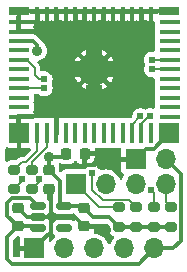
<source format=gbr>
%TF.GenerationSoftware,KiCad,Pcbnew,8.0.5*%
%TF.CreationDate,2025-07-05T11:02:35+01:00*%
%TF.ProjectId,sdrr wifi rev a,73647272-2077-4696-9669-207265762061,rev?*%
%TF.SameCoordinates,Original*%
%TF.FileFunction,Copper,L1,Top*%
%TF.FilePolarity,Positive*%
%FSLAX46Y46*%
G04 Gerber Fmt 4.6, Leading zero omitted, Abs format (unit mm)*
G04 Created by KiCad (PCBNEW 8.0.5) date 2025-07-05 11:02:35*
%MOMM*%
%LPD*%
G01*
G04 APERTURE LIST*
G04 Aperture macros list*
%AMRoundRect*
0 Rectangle with rounded corners*
0 $1 Rounding radius*
0 $2 $3 $4 $5 $6 $7 $8 $9 X,Y pos of 4 corners*
0 Add a 4 corners polygon primitive as box body*
4,1,4,$2,$3,$4,$5,$6,$7,$8,$9,$2,$3,0*
0 Add four circle primitives for the rounded corners*
1,1,$1+$1,$2,$3*
1,1,$1+$1,$4,$5*
1,1,$1+$1,$6,$7*
1,1,$1+$1,$8,$9*
0 Add four rect primitives between the rounded corners*
20,1,$1+$1,$2,$3,$4,$5,0*
20,1,$1+$1,$4,$5,$6,$7,0*
20,1,$1+$1,$6,$7,$8,$9,0*
20,1,$1+$1,$8,$9,$2,$3,0*%
%AMFreePoly0*
4,1,6,0.725000,-0.725000,-0.725000,-0.725000,-0.725000,0.125000,-0.125000,0.725000,0.725000,0.725000,0.725000,-0.725000,0.725000,-0.725000,$1*%
G04 Aperture macros list end*
%TA.AperFunction,SMDPad,CuDef*%
%ADD10RoundRect,0.200000X0.275000X-0.200000X0.275000X0.200000X-0.275000X0.200000X-0.275000X-0.200000X0*%
%TD*%
%TA.AperFunction,ComponentPad*%
%ADD11R,1.700000X1.700000*%
%TD*%
%TA.AperFunction,ComponentPad*%
%ADD12O,1.700000X1.700000*%
%TD*%
%TA.AperFunction,SMDPad,CuDef*%
%ADD13RoundRect,0.150000X-0.512500X-0.150000X0.512500X-0.150000X0.512500X0.150000X-0.512500X0.150000X0*%
%TD*%
%TA.AperFunction,SMDPad,CuDef*%
%ADD14RoundRect,0.200000X-0.275000X0.200000X-0.275000X-0.200000X0.275000X-0.200000X0.275000X0.200000X0*%
%TD*%
%TA.AperFunction,SMDPad,CuDef*%
%ADD15RoundRect,0.225000X0.250000X-0.225000X0.250000X0.225000X-0.250000X0.225000X-0.250000X-0.225000X0*%
%TD*%
%TA.AperFunction,SMDPad,CuDef*%
%ADD16R,1.800000X0.400000*%
%TD*%
%TA.AperFunction,SMDPad,CuDef*%
%ADD17R,0.400000X1.800000*%
%TD*%
%TA.AperFunction,SMDPad,CuDef*%
%ADD18R,0.400000X0.800000*%
%TD*%
%TA.AperFunction,SMDPad,CuDef*%
%ADD19FreePoly0,0.000000*%
%TD*%
%TA.AperFunction,SMDPad,CuDef*%
%ADD20R,1.450000X1.450000*%
%TD*%
%TA.AperFunction,ComponentPad*%
%ADD21C,2.800000*%
%TD*%
%TA.AperFunction,SMDPad,CuDef*%
%ADD22R,1.700000X0.700000*%
%TD*%
%TA.AperFunction,SMDPad,CuDef*%
%ADD23R,1.700000X1.700000*%
%TD*%
%TA.AperFunction,SMDPad,CuDef*%
%ADD24RoundRect,0.225000X-0.225000X-0.250000X0.225000X-0.250000X0.225000X0.250000X-0.225000X0.250000X0*%
%TD*%
%TA.AperFunction,SMDPad,CuDef*%
%ADD25RoundRect,0.225000X-0.250000X0.225000X-0.250000X-0.225000X0.250000X-0.225000X0.250000X0.225000X0*%
%TD*%
%TA.AperFunction,ViaPad*%
%ADD26C,0.914400*%
%TD*%
%TA.AperFunction,ViaPad*%
%ADD27C,0.609600*%
%TD*%
%TA.AperFunction,Conductor*%
%ADD28C,0.304800*%
%TD*%
%TA.AperFunction,Conductor*%
%ADD29C,0.152400*%
%TD*%
G04 APERTURE END LIST*
D10*
%TO.P,R4,1*%
%TO.N,+3V3*%
X60350400Y-69557400D03*
%TO.P,R4,2*%
%TO.N,Net-(U1-IO2_PU)*%
X60350400Y-67907400D03*
%TD*%
D11*
%TO.P,J3,1,Pin_1*%
%TO.N,GND*%
X60299600Y-63830200D03*
D12*
%TO.P,J3,2,Pin_2*%
%TO.N,+5V*%
X62839600Y-63830200D03*
%TD*%
D13*
%TO.P,U2,1,VIN*%
%TO.N,+5V*%
X51973900Y-67767200D03*
%TO.P,U2,2,GND*%
%TO.N,GND*%
X51973900Y-68717200D03*
%TO.P,U2,3,EN*%
%TO.N,+5V*%
X51973900Y-69667200D03*
%TO.P,U2,4,NC*%
%TO.N,unconnected-(U2-NC-Pad4)*%
X54248900Y-69667200D03*
%TO.P,U2,5,VOUT*%
%TO.N,+3V3*%
X54248900Y-67767200D03*
%TD*%
D14*
%TO.P,R6,1*%
%TO.N,Net-(U1-IO1)*%
X51485800Y-64707000D03*
%TO.P,R6,2*%
%TO.N,SWD_CLK*%
X51485800Y-66357000D03*
%TD*%
D10*
%TO.P,R3,1*%
%TO.N,+3V3*%
X61818100Y-69557400D03*
%TO.P,R3,2*%
%TO.N,Net-(U1-IO8_JTD_BOOT)*%
X61818100Y-67907400D03*
%TD*%
D11*
%TO.P,J2,1,Pin_1*%
%TO.N,EN*%
X55219600Y-65913000D03*
D12*
%TO.P,J2,2,Pin_2*%
%TO.N,TXD*%
X57759600Y-65913000D03*
%TO.P,J2,3,Pin_3*%
%TO.N,RXD0*%
X60299600Y-65913000D03*
%TO.P,J2,4,Pin_4*%
%TO.N,BOOT*%
X62839600Y-65913000D03*
%TD*%
D14*
%TO.P,R5,1*%
%TO.N,Net-(U1-IO0)*%
X50012600Y-64707000D03*
%TO.P,R5,2*%
%TO.N,SWD_DIO*%
X50012600Y-66357000D03*
%TD*%
D15*
%TO.P,C1,1*%
%TO.N,+5V*%
X50311900Y-69507400D03*
%TO.P,C1,2*%
%TO.N,GND*%
X50311900Y-67957400D03*
%TD*%
D16*
%TO.P,U1,1,GND*%
%TO.N,GND*%
X50369000Y-52210200D03*
%TO.P,U1,2,GND*%
X50369000Y-53010200D03*
%TO.P,U1,3,3V3*%
%TO.N,+3V3*%
X50369000Y-53810200D03*
%TO.P,U1,4,NC*%
%TO.N,unconnected-(U1-NC-Pad4)*%
X50369000Y-54610200D03*
%TO.P,U1,5,IO2_PU*%
%TO.N,Net-(U1-IO2_PU)*%
X50369000Y-55410200D03*
%TO.P,U1,6,IO3*%
%TO.N,unconnected-(U1-IO3-Pad6)*%
X50369000Y-56210200D03*
%TO.P,U1,7,NC*%
%TO.N,unconnected-(U1-NC-Pad7)*%
X50369000Y-57010200D03*
%TO.P,U1,8,EN*%
%TO.N,EN*%
X50369000Y-57810200D03*
%TO.P,U1,9,NC*%
%TO.N,unconnected-(U1-NC-Pad9)*%
X50369000Y-58610200D03*
%TO.P,U1,10,NC*%
%TO.N,unconnected-(U1-NC-Pad10)*%
X50369000Y-59410200D03*
%TO.P,U1,11,GND*%
%TO.N,GND*%
X50369000Y-60210200D03*
D17*
%TO.P,U1,12,IO0*%
%TO.N,Net-(U1-IO0)*%
X51969000Y-61610200D03*
%TO.P,U1,13,IO1*%
%TO.N,Net-(U1-IO1)*%
X52769000Y-61610200D03*
%TO.P,U1,14,GND*%
%TO.N,GND*%
X53569000Y-61610200D03*
%TO.P,U1,15,NC*%
%TO.N,unconnected-(U1-NC-Pad15)*%
X54369000Y-61610200D03*
%TO.P,U1,16,IO10*%
%TO.N,unconnected-(U1-IO10-Pad16)*%
X55169000Y-61610200D03*
%TO.P,U1,17,NC*%
%TO.N,unconnected-(U1-NC-Pad17)*%
X55969000Y-61610200D03*
%TO.P,U1,18,IO4_MTMS*%
%TO.N,unconnected-(U1-IO4_MTMS-Pad18)*%
X56769000Y-61610200D03*
%TO.P,U1,19,IO5_MTDI*%
%TO.N,unconnected-(U1-IO5_MTDI-Pad19)*%
X57569000Y-61610200D03*
%TO.P,U1,20,IO6_MTCK*%
%TO.N,unconnected-(U1-IO6_MTCK-Pad20)*%
X58369000Y-61610200D03*
%TO.P,U1,21,IO7_MTD0*%
%TO.N,unconnected-(U1-IO7_MTD0-Pad21)*%
X59169000Y-61610200D03*
%TO.P,U1,22,IO8_JTD_BOOT*%
%TO.N,Net-(U1-IO8_JTD_BOOT)*%
X59969000Y-61610200D03*
%TO.P,U1,23,IO9_BOOT*%
%TO.N,BOOT*%
X60769000Y-61610200D03*
%TO.P,U1,24,NC*%
%TO.N,unconnected-(U1-NC-Pad24)*%
X61569000Y-61610200D03*
D16*
%TO.P,U1,25,NC*%
%TO.N,unconnected-(U1-NC-Pad25)*%
X63169000Y-60210200D03*
%TO.P,U1,26,IO18_D-*%
%TO.N,unconnected-(U1-IO18_D--Pad26)*%
X63169000Y-59410200D03*
%TO.P,U1,27,IO19_D+*%
%TO.N,unconnected-(U1-IO19_D+-Pad27)*%
X63169000Y-58610200D03*
%TO.P,U1,28,NC*%
%TO.N,unconnected-(U1-NC-Pad28)*%
X63169000Y-57810200D03*
%TO.P,U1,29,NC*%
%TO.N,unconnected-(U1-NC-Pad29)*%
X63169000Y-57010200D03*
%TO.P,U1,30,IO20_RXD0*%
%TO.N,RXD0*%
X63169000Y-56210200D03*
%TO.P,U1,31,IO21_TXD0*%
%TO.N,TXD*%
X63169000Y-55410200D03*
%TO.P,U1,32,NC*%
%TO.N,unconnected-(U1-NC-Pad32)*%
X63169000Y-54610200D03*
%TO.P,U1,33,NC*%
%TO.N,unconnected-(U1-NC-Pad33)*%
X63169000Y-53810200D03*
%TO.P,U1,34,NC*%
%TO.N,unconnected-(U1-NC-Pad34)*%
X63169000Y-53010200D03*
%TO.P,U1,35,NC*%
%TO.N,unconnected-(U1-NC-Pad35)*%
X63169000Y-52210200D03*
D18*
%TO.P,U1,36,GND*%
%TO.N,GND*%
X61569000Y-51310200D03*
%TO.P,U1,37,GND*%
X60769000Y-51310200D03*
%TO.P,U1,38,GND*%
X59969000Y-51310200D03*
%TO.P,U1,39,GND*%
X59169000Y-51310200D03*
%TO.P,U1,40,GND*%
X58369000Y-51310200D03*
%TO.P,U1,41,GND*%
X57569000Y-51310200D03*
%TO.P,U1,42,GND*%
X56769000Y-51310200D03*
%TO.P,U1,43,GND*%
X55969000Y-51310200D03*
%TO.P,U1,44,GND*%
X55169000Y-51310200D03*
%TO.P,U1,45,GND*%
X54369000Y-51310200D03*
%TO.P,U1,46,GND*%
X53569000Y-51310200D03*
%TO.P,U1,47,GND*%
X52769000Y-51310200D03*
%TO.P,U1,48,GND*%
X51969000Y-51310200D03*
D19*
%TO.P,U1,49,GND*%
X54794000Y-54235200D03*
D20*
X54794000Y-56210200D03*
X54794000Y-58185200D03*
X56769000Y-54235200D03*
D21*
X56769000Y-56210200D03*
D20*
X56769000Y-58185200D03*
X58744000Y-54235200D03*
X58744000Y-56210200D03*
X58744000Y-58185200D03*
D22*
%TO.P,U1,50,GND*%
X63119000Y-51260200D03*
D23*
%TO.P,U1,51,GND*%
X63119000Y-61610200D03*
%TO.P,U1,52,GND*%
X50419000Y-61610200D03*
D22*
%TO.P,U1,53,GND*%
X50419000Y-51260200D03*
%TD*%
D10*
%TO.P,R1,1*%
%TO.N,+3V3*%
X58877200Y-69557400D03*
%TO.P,R1,2*%
%TO.N,EN*%
X58877200Y-67907400D03*
%TD*%
D24*
%TO.P,C4,1*%
%TO.N,+3V3*%
X54419200Y-63347600D03*
%TO.P,C4,2*%
%TO.N,GND*%
X55969200Y-63347600D03*
%TD*%
D25*
%TO.P,C2,1*%
%TO.N,+3V3*%
X55925300Y-67957400D03*
%TO.P,C2,2*%
%TO.N,GND*%
X55925300Y-69507400D03*
%TD*%
D10*
%TO.P,R2,1*%
%TO.N,+3V3*%
X63291300Y-69557400D03*
%TO.P,R2,2*%
%TO.N,BOOT*%
X63291300Y-67907400D03*
%TD*%
D25*
%TO.P,C3,1*%
%TO.N,+3V3*%
X52959000Y-64757000D03*
%TO.P,C3,2*%
%TO.N,GND*%
X52959000Y-66307000D03*
%TD*%
D11*
%TO.P,J1,1,Pin_1*%
%TO.N,GND*%
X51689000Y-71374000D03*
D12*
%TO.P,J1,2,Pin_2*%
%TO.N,NRST*%
X54229000Y-71374000D03*
%TO.P,J1,3,Pin_3*%
%TO.N,SWD_DIO*%
X56769000Y-71374000D03*
%TO.P,J1,4,Pin_4*%
%TO.N,SWD_CLK*%
X59309000Y-71374000D03*
%TO.P,J1,5,Pin_5*%
%TO.N,+5V*%
X61849000Y-71374000D03*
%TD*%
D26*
%TO.N,GND*%
X61315600Y-58826400D03*
X57759600Y-69773800D03*
X50419000Y-63195200D03*
X60477400Y-54813200D03*
X53390800Y-59817000D03*
X57861200Y-63347600D03*
X53340000Y-54813200D03*
%TO.N,+3V3*%
X52984400Y-63601600D03*
X51943000Y-54635400D03*
D27*
%TO.N,SWD_DIO*%
X50699125Y-65530921D03*
%TO.N,SWD_CLK*%
X52095400Y-65532000D03*
%TO.N,RXD0*%
X61696600Y-56210200D03*
%TO.N,TXD*%
X61658400Y-55410200D03*
%TO.N,BOOT*%
X61518800Y-60198000D03*
%TO.N,EN*%
X52552600Y-57810200D03*
%TO.N,Net-(U1-IO8_JTD_BOOT)*%
X61569600Y-66421000D03*
X60687829Y-60179829D03*
%TO.N,Net-(U1-IO2_PU)*%
X52552600Y-57048197D03*
X56616600Y-64998600D03*
%TD*%
D28*
%TO.N,+5V*%
X62839600Y-63830200D02*
X64109600Y-65100200D01*
X49809400Y-72669400D02*
X49403000Y-72263000D01*
X60558600Y-72669400D02*
X49809400Y-72669400D01*
X49784000Y-67132200D02*
X51338900Y-67132200D01*
X51338900Y-67132200D02*
X51973900Y-67767200D01*
X49403000Y-67513200D02*
X49784000Y-67132200D01*
X49403000Y-72263000D02*
X49403000Y-70416300D01*
X63474600Y-71374000D02*
X61849000Y-71374000D01*
X50311900Y-69507400D02*
X49403000Y-68598500D01*
X49403000Y-68598500D02*
X49403000Y-67513200D01*
X50311900Y-69507400D02*
X51814100Y-69507400D01*
X61854000Y-71374000D02*
X60558600Y-72669400D01*
X49403000Y-70416300D02*
X50311900Y-69507400D01*
X51814100Y-69507400D02*
X51973900Y-69667200D01*
X64109600Y-65100200D02*
X64109600Y-70739000D01*
X64109600Y-70739000D02*
X63474600Y-71374000D01*
%TO.N,GND*%
X53111400Y-69215000D02*
X53111400Y-68440392D01*
X63119000Y-61610200D02*
X63119000Y-61620400D01*
X53149315Y-68402477D02*
X52834592Y-68717200D01*
X51973900Y-68717200D02*
X51071700Y-68717200D01*
X55143400Y-68732400D02*
X55918400Y-69507400D01*
X61798200Y-62941200D02*
X61188600Y-62941200D01*
X50369000Y-51310200D02*
X50419000Y-51260200D01*
X53111400Y-68994008D02*
X52834592Y-68717200D01*
X55918400Y-69507400D02*
X55925300Y-69507400D01*
X53149315Y-66497315D02*
X52959000Y-66307000D01*
X52834592Y-68717200D02*
X51973900Y-68717200D01*
X50369000Y-53010200D02*
X51587000Y-53010200D01*
X51689000Y-71374000D02*
X53111400Y-69951600D01*
X53111400Y-69215000D02*
X53111400Y-68994008D01*
X51071700Y-68717200D02*
X50311900Y-67957400D01*
X57861200Y-63347600D02*
X56870600Y-64338200D01*
X53111400Y-68440392D02*
X53149315Y-68402477D01*
X61188600Y-62941200D02*
X60299600Y-63830200D01*
X51587000Y-53010200D02*
X51841400Y-52755800D01*
X56870600Y-64338200D02*
X56108600Y-64338200D01*
X53149315Y-68402477D02*
X53149315Y-66497315D01*
X53479238Y-68732400D02*
X55143400Y-68732400D01*
X53111400Y-69951600D02*
X53111400Y-69215000D01*
X53149315Y-68402477D02*
X53479238Y-68732400D01*
X63119000Y-61620400D02*
X61798200Y-62941200D01*
%TO.N,+3V3*%
X55735100Y-67767200D02*
X55925300Y-67957400D01*
X52959000Y-64757000D02*
X53848000Y-65646000D01*
X63291300Y-69557400D02*
X58871700Y-69557400D01*
X53848000Y-65646000D02*
X53848000Y-67366300D01*
X58046700Y-68732400D02*
X56700300Y-68732400D01*
X52984400Y-63601600D02*
X54165200Y-63601600D01*
X53848000Y-65894500D02*
X53848000Y-67614800D01*
X51943000Y-54635400D02*
X51943000Y-54178200D01*
X58871700Y-69557400D02*
X58046700Y-68732400D01*
X51575000Y-53810200D02*
X50369000Y-53810200D01*
X52959000Y-63627000D02*
X52959000Y-64757000D01*
X54165200Y-63601600D02*
X54419200Y-63347600D01*
X55658900Y-67691000D02*
X55925300Y-67957400D01*
X56700300Y-68732400D02*
X55925300Y-67957400D01*
X51943000Y-54178200D02*
X51575000Y-53810200D01*
X54248900Y-67767200D02*
X55735100Y-67767200D01*
X52984400Y-63601600D02*
X52959000Y-63627000D01*
D29*
%TO.N,SWD_DIO*%
X50699125Y-65530921D02*
X50699125Y-65670475D01*
X50699125Y-65670475D02*
X50012600Y-66357000D01*
%TO.N,SWD_CLK*%
X51485800Y-66319400D02*
X51485800Y-66357000D01*
X52095400Y-65709800D02*
X51485800Y-66319400D01*
X52095400Y-65532000D02*
X52095400Y-65709800D01*
%TO.N,RXD0*%
X61696600Y-56210200D02*
X63169000Y-56210200D01*
%TO.N,TXD*%
X61658400Y-55410200D02*
X63169000Y-55410200D01*
%TO.N,BOOT*%
X62839600Y-65913000D02*
X62839600Y-67455700D01*
X61518800Y-60198000D02*
X61424000Y-60198000D01*
X62839600Y-67455700D02*
X63291300Y-67907400D01*
X60769000Y-60853000D02*
X60769000Y-61610200D01*
X61424000Y-60198000D02*
X60769000Y-60853000D01*
%TO.N,EN*%
X52552600Y-57810200D02*
X50369000Y-57810200D01*
X57214000Y-67907400D02*
X55219600Y-65913000D01*
X58877200Y-67907400D02*
X57214000Y-67907400D01*
%TO.N,Net-(U1-IO8_JTD_BOOT)*%
X61493400Y-67582700D02*
X61818100Y-67907400D01*
X61818100Y-67907400D02*
X61569600Y-67658900D01*
X61818100Y-66669500D02*
X61818100Y-67907400D01*
X61569600Y-66421000D02*
X61818100Y-66669500D01*
X59969000Y-60898658D02*
X59969000Y-61610200D01*
X59969000Y-62280400D02*
X59969000Y-61610200D01*
X60687829Y-60179829D02*
X59969000Y-60898658D01*
%TO.N,Net-(U1-IO2_PU)*%
X57480200Y-67259200D02*
X59702200Y-67259200D01*
X52069797Y-57048197D02*
X51739800Y-56718200D01*
X52552600Y-57048197D02*
X52069797Y-57048197D01*
X51069000Y-55410200D02*
X50369000Y-55410200D01*
X56616600Y-64998600D02*
X56616600Y-66395600D01*
X56616600Y-66395600D02*
X57480200Y-67259200D01*
X59702200Y-67259200D02*
X60350400Y-67907400D01*
X51739800Y-56081000D02*
X51069000Y-55410200D01*
X51739800Y-56718200D02*
X51739800Y-56081000D01*
%TO.N,Net-(U1-IO0)*%
X50666900Y-64052700D02*
X50012600Y-64707000D01*
X51969000Y-61610200D02*
X51969000Y-63119148D01*
X51035448Y-64052700D02*
X50666900Y-64052700D01*
X51969000Y-63119148D02*
X51035448Y-64052700D01*
%TO.N,Net-(U1-IO1)*%
X51485800Y-64707000D02*
X51485800Y-64033400D01*
X52769000Y-62750200D02*
X52769000Y-61610200D01*
X51485800Y-64033400D02*
X52769000Y-62750200D01*
%TD*%
%TA.AperFunction,Conductor*%
%TO.N,GND*%
G36*
X50402133Y-70358901D02*
G01*
X50448626Y-70412557D01*
X50458730Y-70482831D01*
X50458696Y-70483060D01*
X50458001Y-70487828D01*
X50458000Y-70487848D01*
X50458000Y-71183500D01*
X51222407Y-71183500D01*
X51189000Y-71308174D01*
X51189000Y-71439826D01*
X51222407Y-71564500D01*
X50458000Y-71564500D01*
X50458000Y-72009500D01*
X50437998Y-72077621D01*
X50384342Y-72124114D01*
X50332000Y-72135500D01*
X50082739Y-72135500D01*
X50014618Y-72115498D01*
X49993644Y-72098595D01*
X49973805Y-72078756D01*
X49939779Y-72016444D01*
X49936900Y-71989661D01*
X49936900Y-70689638D01*
X49956902Y-70621517D01*
X49973805Y-70600543D01*
X50198544Y-70375804D01*
X50260856Y-70341778D01*
X50287639Y-70338899D01*
X50334012Y-70338899D01*
X50402133Y-70358901D01*
G37*
%TD.AperFunction*%
%TA.AperFunction,Conductor*%
G36*
X57841483Y-69286302D02*
G01*
X57862457Y-69303205D01*
X57983795Y-69424543D01*
X58017821Y-69486855D01*
X58020700Y-69513638D01*
X58020700Y-69795518D01*
X58035666Y-69909200D01*
X58035667Y-69909202D01*
X58094261Y-70050659D01*
X58187469Y-70172131D01*
X58308941Y-70265339D01*
X58394314Y-70300702D01*
X58449594Y-70345250D01*
X58472015Y-70412613D01*
X58454457Y-70481404D01*
X58435191Y-70506205D01*
X58362010Y-70579386D01*
X58238416Y-70755897D01*
X58153195Y-70938654D01*
X58106277Y-70991939D01*
X58038000Y-71011400D01*
X57970040Y-70990858D01*
X57924805Y-70938654D01*
X57878848Y-70840100D01*
X57839584Y-70755898D01*
X57715987Y-70579383D01*
X57563617Y-70427013D01*
X57530972Y-70404155D01*
X57387102Y-70303416D01*
X57297728Y-70261740D01*
X57191807Y-70212348D01*
X57191805Y-70212347D01*
X57191804Y-70212347D01*
X56983668Y-70156577D01*
X56917843Y-70150818D01*
X56838191Y-70143849D01*
X56772075Y-70117986D01*
X56730435Y-70060483D01*
X56726495Y-69989595D01*
X56732766Y-69970111D01*
X56765702Y-69890596D01*
X56781299Y-69772121D01*
X56781300Y-69772112D01*
X56781300Y-69697900D01*
X55860800Y-69697900D01*
X55792679Y-69677898D01*
X55746186Y-69624242D01*
X55734800Y-69571900D01*
X55734800Y-69442900D01*
X55754802Y-69374779D01*
X55808458Y-69328286D01*
X55860800Y-69316900D01*
X56781300Y-69316900D01*
X56794995Y-69303205D01*
X56857307Y-69269179D01*
X56884090Y-69266300D01*
X57773362Y-69266300D01*
X57841483Y-69286302D01*
G37*
%TD.AperFunction*%
%TA.AperFunction,Conductor*%
G36*
X53173835Y-69915129D02*
G01*
X53223093Y-69966258D01*
X53228611Y-69978342D01*
X53255425Y-70046335D01*
X53268756Y-70080141D01*
X53268758Y-70080144D01*
X53357038Y-70196561D01*
X53416948Y-70241991D01*
X53459142Y-70299090D01*
X53463767Y-70369935D01*
X53429911Y-70431484D01*
X53282010Y-70579386D01*
X53158413Y-70755900D01*
X53155665Y-70760662D01*
X53153666Y-70759508D01*
X53113246Y-70805387D01*
X53044963Y-70824828D01*
X52977009Y-70804266D01*
X52930960Y-70750229D01*
X52920000Y-70698832D01*
X52920000Y-70487848D01*
X52919999Y-70487840D01*
X52909209Y-70413783D01*
X52909209Y-70413781D01*
X52861673Y-70316545D01*
X52849724Y-70246561D01*
X52874470Y-70185075D01*
X52954043Y-70080143D01*
X52994185Y-69978347D01*
X53037783Y-69922316D01*
X53104754Y-69898748D01*
X53173835Y-69915129D01*
G37*
%TD.AperFunction*%
%TA.AperFunction,Conductor*%
G36*
X53173834Y-68015129D02*
G01*
X53223093Y-68066258D01*
X53228615Y-68078349D01*
X53268756Y-68180141D01*
X53268758Y-68180144D01*
X53357038Y-68296561D01*
X53413560Y-68339422D01*
X53473457Y-68384843D01*
X53609377Y-68438443D01*
X53694789Y-68448700D01*
X54803010Y-68448699D01*
X54888423Y-68438443D01*
X54976454Y-68403727D01*
X55047162Y-68397345D01*
X55110097Y-68430203D01*
X55139084Y-68472721D01*
X55145521Y-68488261D01*
X55145522Y-68488264D01*
X55145524Y-68488267D01*
X55219426Y-68584579D01*
X55242741Y-68614963D01*
X55265925Y-68632753D01*
X55307792Y-68690091D01*
X55312014Y-68760962D01*
X55277249Y-68822865D01*
X55265927Y-68832676D01*
X55243095Y-68850196D01*
X55145960Y-68976784D01*
X55143485Y-68981071D01*
X55092100Y-69030062D01*
X55022386Y-69043496D01*
X54988144Y-69035282D01*
X54888425Y-68995957D01*
X54888419Y-68995956D01*
X54803011Y-68985700D01*
X53694794Y-68985700D01*
X53694782Y-68985701D01*
X53609377Y-68995956D01*
X53473458Y-69049556D01*
X53473455Y-69049558D01*
X53357038Y-69137838D01*
X53268758Y-69254255D01*
X53268756Y-69254258D01*
X53228615Y-69356050D01*
X53185017Y-69412083D01*
X53118046Y-69435651D01*
X53048965Y-69419269D01*
X52999707Y-69368141D01*
X52994185Y-69356050D01*
X52978746Y-69316900D01*
X52954043Y-69254257D01*
X52954041Y-69254254D01*
X52953583Y-69253439D01*
X52953390Y-69252602D01*
X52950881Y-69246240D01*
X52951836Y-69245863D01*
X52937630Y-69184258D01*
X52951157Y-69138194D01*
X52950441Y-69137912D01*
X52953573Y-69129969D01*
X52953588Y-69129919D01*
X52953604Y-69129888D01*
X53007151Y-68994106D01*
X53007152Y-68994100D01*
X53017399Y-68908771D01*
X53017400Y-68908766D01*
X53017400Y-68907700D01*
X51909400Y-68907700D01*
X51841279Y-68887698D01*
X51794786Y-68834042D01*
X51783400Y-68781700D01*
X51783400Y-68652700D01*
X51803402Y-68584579D01*
X51857058Y-68538086D01*
X51909400Y-68526700D01*
X53017399Y-68526700D01*
X53017399Y-68525636D01*
X53017398Y-68525626D01*
X53007152Y-68440296D01*
X52953600Y-68304501D01*
X52953579Y-68304462D01*
X52953569Y-68304421D01*
X52950441Y-68296488D01*
X52951632Y-68296018D01*
X52937632Y-68235280D01*
X52951407Y-68188369D01*
X52950881Y-68188162D01*
X52953181Y-68182327D01*
X52953584Y-68180958D01*
X52954037Y-68180149D01*
X52954043Y-68180143D01*
X52994185Y-68078349D01*
X53037783Y-68022316D01*
X53104753Y-67998748D01*
X53173834Y-68015129D01*
G37*
%TD.AperFunction*%
%TA.AperFunction,Conductor*%
G36*
X53091621Y-66136502D02*
G01*
X53138114Y-66190158D01*
X53149500Y-66242500D01*
X53149500Y-67137999D01*
X53179070Y-67137999D01*
X53247191Y-67158001D01*
X53293684Y-67211657D01*
X53303788Y-67281931D01*
X53279467Y-67340134D01*
X53268758Y-67354254D01*
X53268757Y-67354256D01*
X53228615Y-67456050D01*
X53185017Y-67512083D01*
X53118046Y-67535651D01*
X53048965Y-67519269D01*
X52999707Y-67468141D01*
X52994185Y-67456050D01*
X52954043Y-67354258D01*
X52954043Y-67354257D01*
X52865761Y-67237839D01*
X52818365Y-67201897D01*
X52776173Y-67144798D01*
X52768500Y-67101500D01*
X52768500Y-66242500D01*
X52788502Y-66174379D01*
X52842158Y-66127886D01*
X52894500Y-66116500D01*
X53023500Y-66116500D01*
X53091621Y-66136502D01*
G37*
%TD.AperFunction*%
%TA.AperFunction,Conductor*%
G36*
X58824338Y-62864126D02*
G01*
X58858639Y-62880896D01*
X58932794Y-62891700D01*
X58932800Y-62891700D01*
X58942600Y-62891700D01*
X59010721Y-62911702D01*
X59057214Y-62965358D01*
X59068600Y-63017700D01*
X59068600Y-63639700D01*
X59833007Y-63639700D01*
X59799600Y-63764374D01*
X59799600Y-63896026D01*
X59833007Y-64020700D01*
X59068600Y-64020700D01*
X59068600Y-64716359D01*
X59079390Y-64790416D01*
X59079391Y-64790418D01*
X59135235Y-64904650D01*
X59135236Y-64904652D01*
X59225148Y-64994564D01*
X59252281Y-65007828D01*
X59304696Y-65055715D01*
X59322900Y-65124338D01*
X59301115Y-65191910D01*
X59300157Y-65193296D01*
X59229017Y-65294894D01*
X59143795Y-65477654D01*
X59096877Y-65530939D01*
X59028600Y-65550400D01*
X58960640Y-65529858D01*
X58915405Y-65477654D01*
X58842696Y-65321731D01*
X58830184Y-65294898D01*
X58706587Y-65118383D01*
X58554217Y-64966013D01*
X58548661Y-64962123D01*
X58377702Y-64842416D01*
X58182409Y-64751349D01*
X58182404Y-64751347D01*
X57974268Y-64695577D01*
X57759600Y-64676796D01*
X57544931Y-64695577D01*
X57396626Y-64735315D01*
X57373479Y-64741517D01*
X57302504Y-64739828D01*
X57243708Y-64700034D01*
X57229295Y-64678353D01*
X57228749Y-64677313D01*
X57191323Y-64623093D01*
X57134076Y-64540156D01*
X57030393Y-64448302D01*
X57009326Y-64429638D01*
X56861753Y-64352185D01*
X56861751Y-64352184D01*
X56699933Y-64312300D01*
X56699932Y-64312300D01*
X56629433Y-64312300D01*
X56561312Y-64292298D01*
X56514819Y-64238642D01*
X56504715Y-64168368D01*
X56534209Y-64103788D01*
X56552729Y-64086338D01*
X56626404Y-64029804D01*
X56723535Y-63903221D01*
X56723540Y-63903213D01*
X56784602Y-63755796D01*
X56800199Y-63637321D01*
X56800200Y-63637312D01*
X56800200Y-63538100D01*
X56159700Y-63538100D01*
X56159700Y-64203600D01*
X56164977Y-64208877D01*
X56215121Y-64223601D01*
X56261614Y-64277257D01*
X56271718Y-64347531D01*
X56242224Y-64412111D01*
X56229011Y-64423943D01*
X56229579Y-64424584D01*
X56223874Y-64429637D01*
X56223874Y-64429638D01*
X56099124Y-64540156D01*
X56040690Y-64624813D01*
X56039127Y-64627077D01*
X55983968Y-64671776D01*
X55935431Y-64681500D01*
X54333392Y-64681500D01*
X54259238Y-64692304D01*
X54259236Y-64692304D01*
X54144854Y-64748223D01*
X54144852Y-64748224D01*
X54054823Y-64838253D01*
X54054695Y-64838517D01*
X54054423Y-64838814D01*
X54048755Y-64846753D01*
X54047795Y-64846068D01*
X54006806Y-64890930D01*
X53938182Y-64909131D01*
X53870611Y-64887343D01*
X53825547Y-64832482D01*
X53815499Y-64783175D01*
X53815499Y-64492251D01*
X53815498Y-64492243D01*
X53804690Y-64410143D01*
X53799889Y-64373672D01*
X53774830Y-64313175D01*
X53767242Y-64242590D01*
X53799021Y-64179103D01*
X53860079Y-64142875D01*
X53931030Y-64145409D01*
X53939430Y-64148541D01*
X54035872Y-64188489D01*
X54154451Y-64204100D01*
X54683948Y-64204099D01*
X54802528Y-64188489D01*
X54950067Y-64127376D01*
X55076761Y-64030161D01*
X55094552Y-64006974D01*
X55151889Y-63965107D01*
X55222760Y-63960885D01*
X55284663Y-63995648D01*
X55294477Y-64006973D01*
X55311997Y-64029805D01*
X55438578Y-64126935D01*
X55438586Y-64126940D01*
X55586003Y-64188002D01*
X55704477Y-64203599D01*
X55778699Y-64203598D01*
X55778700Y-64203598D01*
X55778700Y-63283100D01*
X55798702Y-63214979D01*
X55852358Y-63168486D01*
X55904700Y-63157100D01*
X56800199Y-63157100D01*
X56800199Y-63057882D01*
X56800198Y-63057870D01*
X56797075Y-63034145D01*
X56808015Y-62963996D01*
X56855144Y-62910898D01*
X56921997Y-62891700D01*
X57005200Y-62891700D01*
X57005206Y-62891700D01*
X57079361Y-62880896D01*
X57113660Y-62864127D01*
X57183641Y-62852178D01*
X57224338Y-62864126D01*
X57258639Y-62880896D01*
X57332794Y-62891700D01*
X57332800Y-62891700D01*
X57805200Y-62891700D01*
X57805206Y-62891700D01*
X57879361Y-62880896D01*
X57913660Y-62864127D01*
X57983641Y-62852178D01*
X58024338Y-62864126D01*
X58058639Y-62880896D01*
X58132794Y-62891700D01*
X58132800Y-62891700D01*
X58605200Y-62891700D01*
X58605206Y-62891700D01*
X58679361Y-62880896D01*
X58713660Y-62864127D01*
X58783641Y-62852178D01*
X58824338Y-62864126D01*
G37*
%TD.AperFunction*%
%TA.AperFunction,Conductor*%
G36*
X51658930Y-51089702D02*
G01*
X51679904Y-51106605D01*
X51692999Y-51119700D01*
X61845001Y-51119700D01*
X61858096Y-51106605D01*
X61920408Y-51072579D01*
X61947191Y-51069700D01*
X63183500Y-51069700D01*
X63251621Y-51089702D01*
X63298114Y-51143358D01*
X63309500Y-51195700D01*
X63309500Y-51324700D01*
X63289498Y-51392821D01*
X63235842Y-51439314D01*
X63183500Y-51450700D01*
X62192999Y-51450700D01*
X62179904Y-51463795D01*
X62117592Y-51497821D01*
X62090809Y-51500700D01*
X61759500Y-51500700D01*
X61759500Y-52091200D01*
X61761500Y-52091200D01*
X61829621Y-52111202D01*
X61876114Y-52164858D01*
X61887500Y-52217200D01*
X61887500Y-52446407D01*
X61898304Y-52520561D01*
X61898304Y-52520563D01*
X61915072Y-52554861D01*
X61927021Y-52624845D01*
X61915072Y-52665539D01*
X61898304Y-52699836D01*
X61898304Y-52699838D01*
X61887500Y-52773992D01*
X61887500Y-53246407D01*
X61898304Y-53320561D01*
X61898304Y-53320563D01*
X61915072Y-53354861D01*
X61927021Y-53424845D01*
X61915072Y-53465539D01*
X61898304Y-53499836D01*
X61898304Y-53499838D01*
X61887500Y-53573992D01*
X61887500Y-54046407D01*
X61898304Y-54120561D01*
X61898304Y-54120563D01*
X61915072Y-54154861D01*
X61927021Y-54224845D01*
X61915072Y-54265539D01*
X61898304Y-54299836D01*
X61898304Y-54299838D01*
X61887500Y-54373992D01*
X61887500Y-54599374D01*
X61867498Y-54667495D01*
X61813842Y-54713988D01*
X61746322Y-54724456D01*
X61741740Y-54723900D01*
X61741732Y-54723900D01*
X61575068Y-54723900D01*
X61575066Y-54723900D01*
X61413248Y-54763784D01*
X61413246Y-54763785D01*
X61265673Y-54841238D01*
X61140925Y-54951754D01*
X61140923Y-54951757D01*
X61046249Y-55088914D01*
X60987146Y-55244753D01*
X60967059Y-55410196D01*
X60967059Y-55410203D01*
X60987146Y-55575646D01*
X61046248Y-55731483D01*
X61071871Y-55768603D01*
X61094107Y-55836028D01*
X61085987Y-55884861D01*
X61084448Y-55888916D01*
X61084448Y-55888918D01*
X61078601Y-55904335D01*
X61025346Y-56044753D01*
X61005259Y-56210196D01*
X61005259Y-56210203D01*
X61025346Y-56375646D01*
X61084449Y-56531485D01*
X61124670Y-56589754D01*
X61179124Y-56668644D01*
X61303874Y-56779162D01*
X61451447Y-56856615D01*
X61613268Y-56896500D01*
X61613271Y-56896500D01*
X61761500Y-56896500D01*
X61829621Y-56916502D01*
X61876114Y-56970158D01*
X61887500Y-57022500D01*
X61887500Y-57246407D01*
X61898304Y-57320561D01*
X61898304Y-57320563D01*
X61915072Y-57354861D01*
X61927021Y-57424845D01*
X61915072Y-57465539D01*
X61898304Y-57499836D01*
X61898304Y-57499838D01*
X61887500Y-57573992D01*
X61887500Y-58046407D01*
X61898304Y-58120561D01*
X61898304Y-58120563D01*
X61915072Y-58154861D01*
X61927021Y-58224845D01*
X61915072Y-58265539D01*
X61898304Y-58299836D01*
X61898304Y-58299838D01*
X61887500Y-58373992D01*
X61887500Y-58846407D01*
X61898304Y-58920561D01*
X61898304Y-58920563D01*
X61915072Y-58954861D01*
X61927021Y-59024845D01*
X61915072Y-59065539D01*
X61898304Y-59099836D01*
X61898304Y-59099838D01*
X61887500Y-59173992D01*
X61887500Y-59421209D01*
X61867498Y-59489330D01*
X61813842Y-59535823D01*
X61743568Y-59545927D01*
X61731347Y-59543548D01*
X61602135Y-59511700D01*
X61602132Y-59511700D01*
X61435468Y-59511700D01*
X61435466Y-59511700D01*
X61273648Y-59551584D01*
X61273642Y-59551587D01*
X61179180Y-59601165D01*
X61109567Y-59615112D01*
X61062070Y-59601165D01*
X60932982Y-59533414D01*
X60932980Y-59533413D01*
X60771162Y-59493529D01*
X60771161Y-59493529D01*
X60604497Y-59493529D01*
X60604495Y-59493529D01*
X60442677Y-59533413D01*
X60442675Y-59533414D01*
X60295102Y-59610867D01*
X60170354Y-59721383D01*
X60170352Y-59721386D01*
X60075678Y-59858543D01*
X60016575Y-60014382D01*
X59995639Y-60186811D01*
X59967572Y-60252024D01*
X59959655Y-60260717D01*
X59928576Y-60291795D01*
X59866267Y-60325820D01*
X59839482Y-60328700D01*
X59732792Y-60328700D01*
X59658638Y-60339504D01*
X59658636Y-60339504D01*
X59624339Y-60356272D01*
X59554355Y-60368221D01*
X59513661Y-60356272D01*
X59479362Y-60339504D01*
X59405207Y-60328700D01*
X59405206Y-60328700D01*
X58932794Y-60328700D01*
X58932792Y-60328700D01*
X58858638Y-60339504D01*
X58858636Y-60339504D01*
X58824339Y-60356272D01*
X58754355Y-60368221D01*
X58713661Y-60356272D01*
X58679362Y-60339504D01*
X58605207Y-60328700D01*
X58605206Y-60328700D01*
X58132794Y-60328700D01*
X58132792Y-60328700D01*
X58058638Y-60339504D01*
X58058636Y-60339504D01*
X58024339Y-60356272D01*
X57954355Y-60368221D01*
X57913661Y-60356272D01*
X57879362Y-60339504D01*
X57805207Y-60328700D01*
X57805206Y-60328700D01*
X57332794Y-60328700D01*
X57332792Y-60328700D01*
X57258638Y-60339504D01*
X57258636Y-60339504D01*
X57224339Y-60356272D01*
X57154355Y-60368221D01*
X57113661Y-60356272D01*
X57079362Y-60339504D01*
X57005207Y-60328700D01*
X57005206Y-60328700D01*
X56532794Y-60328700D01*
X56532792Y-60328700D01*
X56458638Y-60339504D01*
X56458636Y-60339504D01*
X56424339Y-60356272D01*
X56354355Y-60368221D01*
X56313661Y-60356272D01*
X56279362Y-60339504D01*
X56205207Y-60328700D01*
X56205206Y-60328700D01*
X55732794Y-60328700D01*
X55732792Y-60328700D01*
X55658638Y-60339504D01*
X55658636Y-60339504D01*
X55624339Y-60356272D01*
X55554355Y-60368221D01*
X55513661Y-60356272D01*
X55479362Y-60339504D01*
X55405207Y-60328700D01*
X55405206Y-60328700D01*
X54932794Y-60328700D01*
X54932792Y-60328700D01*
X54858638Y-60339504D01*
X54858636Y-60339504D01*
X54824339Y-60356272D01*
X54754355Y-60368221D01*
X54713661Y-60356272D01*
X54679362Y-60339504D01*
X54605207Y-60328700D01*
X54605206Y-60328700D01*
X54132794Y-60328700D01*
X54132792Y-60328700D01*
X54058638Y-60339504D01*
X54023767Y-60356551D01*
X53953782Y-60368499D01*
X53913092Y-60356550D01*
X53879221Y-60339991D01*
X53879216Y-60339990D01*
X53805159Y-60329200D01*
X53759500Y-60329200D01*
X53759500Y-61674700D01*
X53739498Y-61742821D01*
X53685842Y-61789314D01*
X53633500Y-61800700D01*
X53504500Y-61800700D01*
X53436379Y-61780698D01*
X53389886Y-61727042D01*
X53378500Y-61674700D01*
X53378500Y-60329200D01*
X53332840Y-60329200D01*
X53258781Y-60339990D01*
X53224905Y-60356551D01*
X53154921Y-60368499D01*
X53114230Y-60356550D01*
X53079363Y-60339505D01*
X53079361Y-60339504D01*
X53005207Y-60328700D01*
X53005206Y-60328700D01*
X52532794Y-60328700D01*
X52532792Y-60328700D01*
X52458638Y-60339504D01*
X52458636Y-60339504D01*
X52424339Y-60356272D01*
X52354355Y-60368221D01*
X52313661Y-60356272D01*
X52279362Y-60339504D01*
X52205207Y-60328700D01*
X52205206Y-60328700D01*
X51732794Y-60328700D01*
X51732792Y-60328700D01*
X51658638Y-60339504D01*
X51658636Y-60339504D01*
X51559649Y-60387897D01*
X51504310Y-60400700D01*
X50609500Y-60400700D01*
X50609500Y-62841200D01*
X51295472Y-62841200D01*
X51363593Y-62861202D01*
X51410086Y-62914858D01*
X51420190Y-62985132D01*
X51390696Y-63049712D01*
X51384567Y-63056295D01*
X50882767Y-63558095D01*
X50820455Y-63592121D01*
X50793672Y-63595000D01*
X50727158Y-63595000D01*
X50606643Y-63595000D01*
X50490234Y-63626192D01*
X50490232Y-63626192D01*
X50490228Y-63626194D01*
X50385868Y-63686446D01*
X50385862Y-63686451D01*
X50316518Y-63755796D01*
X50183717Y-63888596D01*
X50121408Y-63922620D01*
X50094624Y-63925500D01*
X49699481Y-63925500D01*
X49585799Y-63940466D01*
X49526312Y-63965107D01*
X49454090Y-63995023D01*
X49444334Y-63999064D01*
X49440095Y-64001512D01*
X49371098Y-64018247D01*
X49304008Y-63995023D01*
X49260123Y-63939214D01*
X49251100Y-63892390D01*
X49251100Y-62930728D01*
X49271102Y-62862607D01*
X49324758Y-62816114D01*
X49395032Y-62806010D01*
X49432439Y-62817531D01*
X49458782Y-62830409D01*
X49532840Y-62841199D01*
X49532848Y-62841200D01*
X50228500Y-62841200D01*
X50228500Y-60834199D01*
X50215405Y-60821104D01*
X50181379Y-60758792D01*
X50178500Y-60732009D01*
X50178500Y-60145700D01*
X50198502Y-60077579D01*
X50252158Y-60031086D01*
X50304500Y-60019700D01*
X51650000Y-60019700D01*
X51650000Y-59974048D01*
X51649999Y-59974040D01*
X51639209Y-59899983D01*
X51622649Y-59866109D01*
X51610700Y-59796125D01*
X51622650Y-59755428D01*
X51639696Y-59720561D01*
X51650500Y-59646406D01*
X51650500Y-59173994D01*
X51639696Y-59099839D01*
X51622927Y-59065539D01*
X51610978Y-58995559D01*
X51622926Y-58954861D01*
X51639696Y-58920561D01*
X51650500Y-58846406D01*
X51650500Y-58393900D01*
X51670502Y-58325779D01*
X51724158Y-58279286D01*
X51776500Y-58267900D01*
X51986499Y-58267900D01*
X52054620Y-58287902D01*
X52070049Y-58299585D01*
X52159874Y-58379162D01*
X52307447Y-58456615D01*
X52469268Y-58496500D01*
X52469271Y-58496500D01*
X52635929Y-58496500D01*
X52635932Y-58496500D01*
X52797753Y-58456615D01*
X52945326Y-58379162D01*
X53070076Y-58268644D01*
X53164752Y-58131482D01*
X53223852Y-57975649D01*
X53223852Y-57975648D01*
X53223853Y-57975646D01*
X53243941Y-57810203D01*
X53243941Y-57810196D01*
X53223853Y-57644753D01*
X53197016Y-57573992D01*
X53164752Y-57488918D01*
X53164750Y-57488915D01*
X53164140Y-57487752D01*
X53163950Y-57486805D01*
X53162049Y-57481792D01*
X53162882Y-57481475D01*
X53150194Y-57418139D01*
X53162356Y-57376721D01*
X53162049Y-57376605D01*
X53163563Y-57372612D01*
X53164143Y-57370638D01*
X53164747Y-57369485D01*
X53164752Y-57369479D01*
X53223852Y-57213646D01*
X53223852Y-57213645D01*
X53223853Y-57213643D01*
X53243941Y-57048200D01*
X53243941Y-57048193D01*
X53223853Y-56882750D01*
X53164750Y-56726911D01*
X53115105Y-56654989D01*
X53070076Y-56589753D01*
X52945326Y-56479235D01*
X52797753Y-56401782D01*
X52797751Y-56401781D01*
X52635933Y-56361897D01*
X52635932Y-56361897D01*
X52469268Y-56361897D01*
X52469264Y-56361897D01*
X52353653Y-56390393D01*
X52282725Y-56387274D01*
X52224743Y-56346304D01*
X52198115Y-56280490D01*
X52197500Y-56268054D01*
X52197500Y-56210200D01*
X54983006Y-56210200D01*
X55002954Y-56476392D01*
X55062353Y-56736632D01*
X55062354Y-56736634D01*
X55159871Y-56985107D01*
X55159873Y-56985111D01*
X55293341Y-57216284D01*
X55293344Y-57216289D01*
X55382146Y-57327643D01*
X55382148Y-57327643D01*
X55796525Y-56913265D01*
X55853691Y-56991948D01*
X55987252Y-57125509D01*
X56065932Y-57182673D01*
X55648505Y-57600100D01*
X55655449Y-57606544D01*
X55655457Y-57606551D01*
X55875993Y-57756910D01*
X55876000Y-57756914D01*
X56116499Y-57872733D01*
X56116511Y-57872738D01*
X56371568Y-57951412D01*
X56371580Y-57951414D01*
X56635537Y-57991200D01*
X56902463Y-57991200D01*
X57166419Y-57951414D01*
X57166431Y-57951412D01*
X57421488Y-57872738D01*
X57421500Y-57872733D01*
X57661999Y-57756914D01*
X57662006Y-57756910D01*
X57882539Y-57606553D01*
X57889492Y-57600099D01*
X57472066Y-57182673D01*
X57550748Y-57125509D01*
X57684309Y-56991948D01*
X57741473Y-56913266D01*
X58155850Y-57327643D01*
X58155851Y-57327643D01*
X58244659Y-57216282D01*
X58378126Y-56985111D01*
X58378128Y-56985107D01*
X58475645Y-56736634D01*
X58475646Y-56736632D01*
X58535045Y-56476392D01*
X58554993Y-56210200D01*
X58535045Y-55944007D01*
X58475646Y-55683767D01*
X58475645Y-55683765D01*
X58378128Y-55435292D01*
X58378126Y-55435288D01*
X58244661Y-55204121D01*
X58244656Y-55204113D01*
X58155852Y-55092755D01*
X58155850Y-55092755D01*
X57741473Y-55507132D01*
X57684309Y-55428452D01*
X57550748Y-55294891D01*
X57472066Y-55237725D01*
X57889493Y-54820299D01*
X57889492Y-54820298D01*
X57882550Y-54813855D01*
X57882542Y-54813848D01*
X57662006Y-54663489D01*
X57661999Y-54663485D01*
X57421500Y-54547666D01*
X57421488Y-54547661D01*
X57166431Y-54468987D01*
X57166419Y-54468985D01*
X56902463Y-54429200D01*
X56635537Y-54429200D01*
X56371580Y-54468985D01*
X56371568Y-54468987D01*
X56116511Y-54547661D01*
X56116499Y-54547666D01*
X55876000Y-54663485D01*
X55875993Y-54663489D01*
X55655457Y-54813849D01*
X55655445Y-54813859D01*
X55648506Y-54820297D01*
X55648505Y-54820298D01*
X56065933Y-55237726D01*
X55987252Y-55294891D01*
X55853691Y-55428452D01*
X55796526Y-55507133D01*
X55382148Y-55092755D01*
X55382146Y-55092755D01*
X55293340Y-55204117D01*
X55159873Y-55435288D01*
X55159871Y-55435292D01*
X55062354Y-55683765D01*
X55062353Y-55683767D01*
X55002954Y-55944007D01*
X54983006Y-56210200D01*
X52197500Y-56210200D01*
X52197500Y-56020743D01*
X52197499Y-56020739D01*
X52166310Y-55904341D01*
X52166305Y-55904329D01*
X52140839Y-55860221D01*
X52140837Y-55860219D01*
X52106051Y-55799965D01*
X51988272Y-55682186D01*
X51954246Y-55619874D01*
X51959311Y-55549059D01*
X52001858Y-55492223D01*
X52051168Y-55469845D01*
X52203600Y-55437445D01*
X52364660Y-55365737D01*
X52507291Y-55262109D01*
X52625260Y-55131091D01*
X52713411Y-54978409D01*
X52767891Y-54810736D01*
X52786320Y-54635400D01*
X52767891Y-54460064D01*
X52757863Y-54429200D01*
X52713413Y-54292395D01*
X52713409Y-54292388D01*
X52625261Y-54139710D01*
X52625259Y-54139708D01*
X52507293Y-54008692D01*
X52507294Y-54008692D01*
X52450300Y-53967284D01*
X52415242Y-53928348D01*
X52370228Y-53850381D01*
X52370224Y-53850376D01*
X52270822Y-53750974D01*
X51902822Y-53382974D01*
X51902821Y-53382973D01*
X51902820Y-53382972D01*
X51781083Y-53312686D01*
X51781078Y-53312684D01*
X51781076Y-53312683D01*
X51781072Y-53312682D01*
X51743387Y-53302584D01*
X51682765Y-53265632D01*
X51652378Y-53203077D01*
X51650001Y-53200700D01*
X50304500Y-53200700D01*
X50236379Y-53180698D01*
X50189886Y-53127042D01*
X50178500Y-53074700D01*
X50178500Y-52819700D01*
X50559500Y-52819700D01*
X51650000Y-52819700D01*
X51650000Y-52774048D01*
X51649999Y-52774040D01*
X51639209Y-52699983D01*
X51639209Y-52699982D01*
X51622371Y-52665541D01*
X51610421Y-52595558D01*
X51622371Y-52554859D01*
X51639209Y-52520417D01*
X51639209Y-52520416D01*
X51649999Y-52446359D01*
X51650000Y-52446351D01*
X51650000Y-52400700D01*
X50559500Y-52400700D01*
X50559500Y-52819700D01*
X50178500Y-52819700D01*
X50178500Y-52019700D01*
X50609500Y-52019700D01*
X51578569Y-52019700D01*
X51646690Y-52039702D01*
X51673871Y-52063277D01*
X51692999Y-52085394D01*
X51732840Y-52091199D01*
X51732847Y-52091200D01*
X51778500Y-52091200D01*
X52159500Y-52091200D01*
X52205152Y-52091200D01*
X52205159Y-52091199D01*
X52279216Y-52080409D01*
X52279217Y-52080409D01*
X52313659Y-52063571D01*
X52383642Y-52051621D01*
X52424341Y-52063571D01*
X52458782Y-52080409D01*
X52532840Y-52091199D01*
X52532848Y-52091200D01*
X52578500Y-52091200D01*
X52959500Y-52091200D01*
X53005152Y-52091200D01*
X53005159Y-52091199D01*
X53079216Y-52080409D01*
X53079217Y-52080409D01*
X53113659Y-52063571D01*
X53183642Y-52051621D01*
X53224341Y-52063571D01*
X53258782Y-52080409D01*
X53332840Y-52091199D01*
X53332848Y-52091200D01*
X53378500Y-52091200D01*
X53759500Y-52091200D01*
X53805152Y-52091200D01*
X53805159Y-52091199D01*
X53879216Y-52080409D01*
X53879217Y-52080409D01*
X53913659Y-52063571D01*
X53983642Y-52051621D01*
X54024341Y-52063571D01*
X54058782Y-52080409D01*
X54132840Y-52091199D01*
X54132848Y-52091200D01*
X54178500Y-52091200D01*
X54559500Y-52091200D01*
X54605152Y-52091200D01*
X54605159Y-52091199D01*
X54679216Y-52080409D01*
X54679217Y-52080409D01*
X54713659Y-52063571D01*
X54783642Y-52051621D01*
X54824341Y-52063571D01*
X54858782Y-52080409D01*
X54932840Y-52091199D01*
X54932848Y-52091200D01*
X54978500Y-52091200D01*
X55359500Y-52091200D01*
X55405152Y-52091200D01*
X55405159Y-52091199D01*
X55479216Y-52080409D01*
X55479217Y-52080409D01*
X55513659Y-52063571D01*
X55583642Y-52051621D01*
X55624341Y-52063571D01*
X55658782Y-52080409D01*
X55732840Y-52091199D01*
X55732848Y-52091200D01*
X55778500Y-52091200D01*
X56159500Y-52091200D01*
X56205152Y-52091200D01*
X56205159Y-52091199D01*
X56279216Y-52080409D01*
X56279217Y-52080409D01*
X56313659Y-52063571D01*
X56383642Y-52051621D01*
X56424341Y-52063571D01*
X56458782Y-52080409D01*
X56532840Y-52091199D01*
X56532848Y-52091200D01*
X56578500Y-52091200D01*
X56959500Y-52091200D01*
X57005152Y-52091200D01*
X57005159Y-52091199D01*
X57079216Y-52080409D01*
X57079217Y-52080409D01*
X57113659Y-52063571D01*
X57183642Y-52051621D01*
X57224341Y-52063571D01*
X57258782Y-52080409D01*
X57332840Y-52091199D01*
X57332848Y-52091200D01*
X57378500Y-52091200D01*
X57759500Y-52091200D01*
X57805152Y-52091200D01*
X57805159Y-52091199D01*
X57879216Y-52080409D01*
X57879217Y-52080409D01*
X57913659Y-52063571D01*
X57983642Y-52051621D01*
X58024341Y-52063571D01*
X58058782Y-52080409D01*
X58132840Y-52091199D01*
X58132848Y-52091200D01*
X58178500Y-52091200D01*
X58559500Y-52091200D01*
X58605152Y-52091200D01*
X58605159Y-52091199D01*
X58679216Y-52080409D01*
X58679217Y-52080409D01*
X58713659Y-52063571D01*
X58783642Y-52051621D01*
X58824341Y-52063571D01*
X58858782Y-52080409D01*
X58932840Y-52091199D01*
X58932848Y-52091200D01*
X58978500Y-52091200D01*
X59359500Y-52091200D01*
X59405152Y-52091200D01*
X59405159Y-52091199D01*
X59479216Y-52080409D01*
X59479217Y-52080409D01*
X59513659Y-52063571D01*
X59583642Y-52051621D01*
X59624341Y-52063571D01*
X59658782Y-52080409D01*
X59732840Y-52091199D01*
X59732848Y-52091200D01*
X59778500Y-52091200D01*
X60159500Y-52091200D01*
X60205152Y-52091200D01*
X60205159Y-52091199D01*
X60279216Y-52080409D01*
X60279217Y-52080409D01*
X60313659Y-52063571D01*
X60383642Y-52051621D01*
X60424341Y-52063571D01*
X60458782Y-52080409D01*
X60532840Y-52091199D01*
X60532848Y-52091200D01*
X60578500Y-52091200D01*
X60959500Y-52091200D01*
X61005152Y-52091200D01*
X61005159Y-52091199D01*
X61079216Y-52080409D01*
X61079217Y-52080409D01*
X61113659Y-52063571D01*
X61183642Y-52051621D01*
X61224341Y-52063571D01*
X61258782Y-52080409D01*
X61332840Y-52091199D01*
X61332848Y-52091200D01*
X61378500Y-52091200D01*
X61378500Y-51500700D01*
X60959500Y-51500700D01*
X60959500Y-52091200D01*
X60578500Y-52091200D01*
X60578500Y-51500700D01*
X60159500Y-51500700D01*
X60159500Y-52091200D01*
X59778500Y-52091200D01*
X59778500Y-51500700D01*
X59359500Y-51500700D01*
X59359500Y-52091200D01*
X58978500Y-52091200D01*
X58978500Y-51500700D01*
X58559500Y-51500700D01*
X58559500Y-52091200D01*
X58178500Y-52091200D01*
X58178500Y-51500700D01*
X57759500Y-51500700D01*
X57759500Y-52091200D01*
X57378500Y-52091200D01*
X57378500Y-51500700D01*
X56959500Y-51500700D01*
X56959500Y-52091200D01*
X56578500Y-52091200D01*
X56578500Y-51500700D01*
X56159500Y-51500700D01*
X56159500Y-52091200D01*
X55778500Y-52091200D01*
X55778500Y-51500700D01*
X55359500Y-51500700D01*
X55359500Y-52091200D01*
X54978500Y-52091200D01*
X54978500Y-51500700D01*
X54559500Y-51500700D01*
X54559500Y-52091200D01*
X54178500Y-52091200D01*
X54178500Y-51500700D01*
X53759500Y-51500700D01*
X53759500Y-52091200D01*
X53378500Y-52091200D01*
X53378500Y-51500700D01*
X52959500Y-51500700D01*
X52959500Y-52091200D01*
X52578500Y-52091200D01*
X52578500Y-51500700D01*
X52159500Y-51500700D01*
X52159500Y-52091200D01*
X51778500Y-52091200D01*
X51778500Y-51500700D01*
X51447191Y-51500700D01*
X51379070Y-51480698D01*
X51358096Y-51463795D01*
X51345001Y-51450700D01*
X50609500Y-51450700D01*
X50609500Y-52019700D01*
X50178500Y-52019700D01*
X50178500Y-51688391D01*
X50198502Y-51620270D01*
X50215405Y-51599296D01*
X50228500Y-51586201D01*
X50228500Y-51195700D01*
X50248502Y-51127579D01*
X50302158Y-51081086D01*
X50354500Y-51069700D01*
X51590809Y-51069700D01*
X51658930Y-51089702D01*
G37*
%TD.AperFunction*%
%TD*%
M02*

</source>
